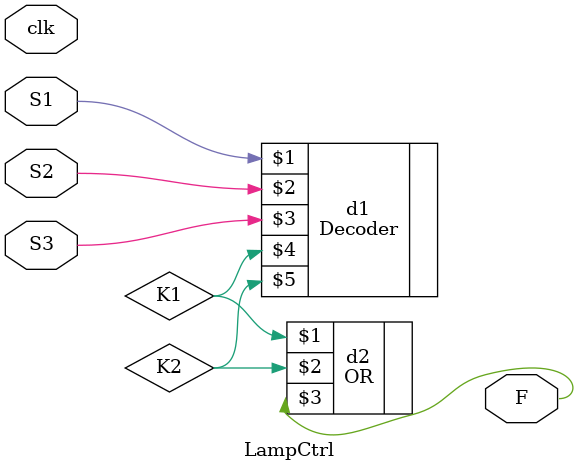
<source format=v>

`include "Decoder.v"
`include "OR.v"

module LampCtrl(
 	input wire clk, 
	input wire S1, 
	input wire S2, 
	input wire S3,
	output wire F
	);
    wire K1;
    wire K2;
    Decoder d1(S1,S2,S3,K1,K2);
    OR d2(K1,K2,F);

	

endmodule 
</source>
